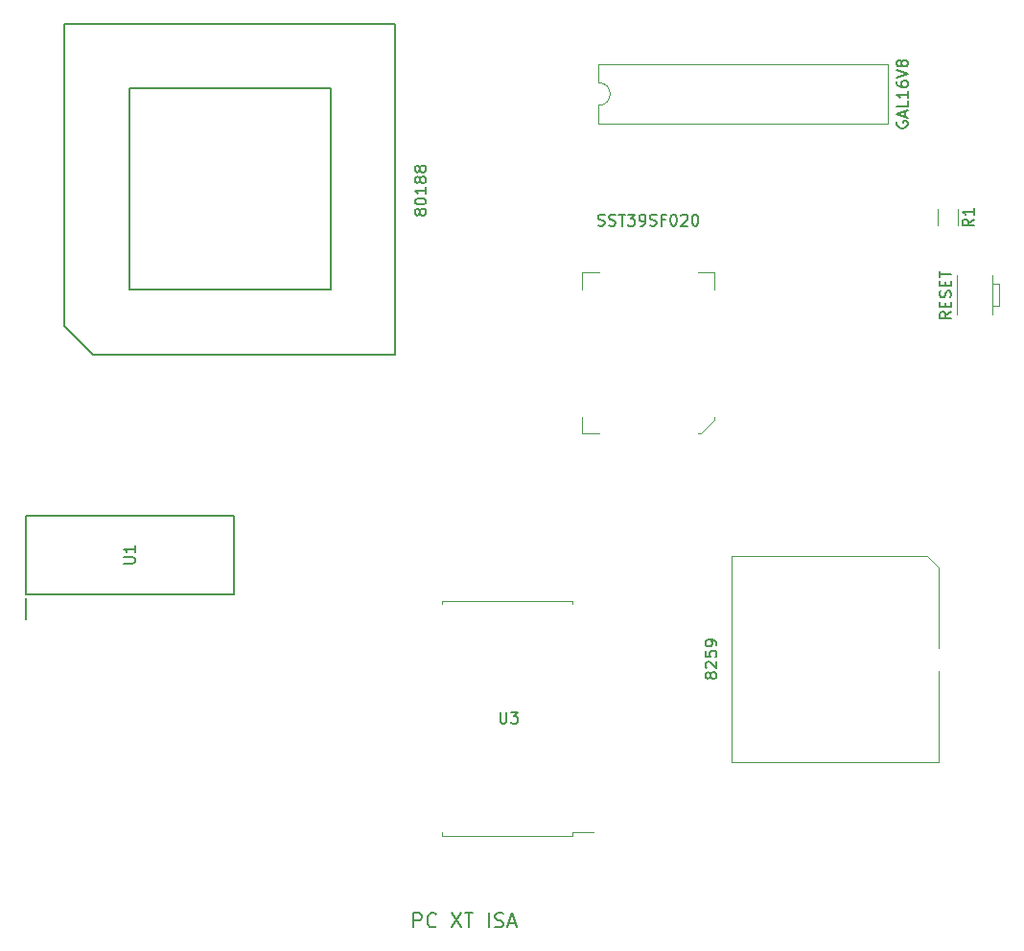
<source format=gbr>
%TF.GenerationSoftware,KiCad,Pcbnew,(6.0.4-0)*%
%TF.CreationDate,2022-05-20T22:02:18+01:00*%
%TF.ProjectId,8088_cpu_card,38303838-5f63-4707-955f-636172642e6b,rev?*%
%TF.SameCoordinates,Original*%
%TF.FileFunction,Legend,Top*%
%TF.FilePolarity,Positive*%
%FSLAX46Y46*%
G04 Gerber Fmt 4.6, Leading zero omitted, Abs format (unit mm)*
G04 Created by KiCad (PCBNEW (6.0.4-0)) date 2022-05-20 22:02:18*
%MOMM*%
%LPD*%
G01*
G04 APERTURE LIST*
%ADD10C,0.150000*%
%ADD11C,0.120000*%
%ADD12C,0.200000*%
%ADD13C,0.152400*%
G04 APERTURE END LIST*
D10*
%TO.C,J4*%
X154067428Y-68095761D02*
X154210285Y-68143380D01*
X154448380Y-68143380D01*
X154543619Y-68095761D01*
X154591238Y-68048142D01*
X154638857Y-67952904D01*
X154638857Y-67857666D01*
X154591238Y-67762428D01*
X154543619Y-67714809D01*
X154448380Y-67667190D01*
X154257904Y-67619571D01*
X154162666Y-67571952D01*
X154115047Y-67524333D01*
X154067428Y-67429095D01*
X154067428Y-67333857D01*
X154115047Y-67238619D01*
X154162666Y-67191000D01*
X154257904Y-67143380D01*
X154496000Y-67143380D01*
X154638857Y-67191000D01*
X155019809Y-68095761D02*
X155162666Y-68143380D01*
X155400761Y-68143380D01*
X155496000Y-68095761D01*
X155543619Y-68048142D01*
X155591238Y-67952904D01*
X155591238Y-67857666D01*
X155543619Y-67762428D01*
X155496000Y-67714809D01*
X155400761Y-67667190D01*
X155210285Y-67619571D01*
X155115047Y-67571952D01*
X155067428Y-67524333D01*
X155019809Y-67429095D01*
X155019809Y-67333857D01*
X155067428Y-67238619D01*
X155115047Y-67191000D01*
X155210285Y-67143380D01*
X155448380Y-67143380D01*
X155591238Y-67191000D01*
X155876952Y-67143380D02*
X156448380Y-67143380D01*
X156162666Y-68143380D02*
X156162666Y-67143380D01*
X156686476Y-67143380D02*
X157305523Y-67143380D01*
X156972190Y-67524333D01*
X157115047Y-67524333D01*
X157210285Y-67571952D01*
X157257904Y-67619571D01*
X157305523Y-67714809D01*
X157305523Y-67952904D01*
X157257904Y-68048142D01*
X157210285Y-68095761D01*
X157115047Y-68143380D01*
X156829333Y-68143380D01*
X156734095Y-68095761D01*
X156686476Y-68048142D01*
X157781714Y-68143380D02*
X157972190Y-68143380D01*
X158067428Y-68095761D01*
X158115047Y-68048142D01*
X158210285Y-67905285D01*
X158257904Y-67714809D01*
X158257904Y-67333857D01*
X158210285Y-67238619D01*
X158162666Y-67191000D01*
X158067428Y-67143380D01*
X157876952Y-67143380D01*
X157781714Y-67191000D01*
X157734095Y-67238619D01*
X157686476Y-67333857D01*
X157686476Y-67571952D01*
X157734095Y-67667190D01*
X157781714Y-67714809D01*
X157876952Y-67762428D01*
X158067428Y-67762428D01*
X158162666Y-67714809D01*
X158210285Y-67667190D01*
X158257904Y-67571952D01*
X158638857Y-68095761D02*
X158781714Y-68143380D01*
X159019809Y-68143380D01*
X159115047Y-68095761D01*
X159162666Y-68048142D01*
X159210285Y-67952904D01*
X159210285Y-67857666D01*
X159162666Y-67762428D01*
X159115047Y-67714809D01*
X159019809Y-67667190D01*
X158829333Y-67619571D01*
X158734095Y-67571952D01*
X158686476Y-67524333D01*
X158638857Y-67429095D01*
X158638857Y-67333857D01*
X158686476Y-67238619D01*
X158734095Y-67191000D01*
X158829333Y-67143380D01*
X159067428Y-67143380D01*
X159210285Y-67191000D01*
X159972190Y-67619571D02*
X159638857Y-67619571D01*
X159638857Y-68143380D02*
X159638857Y-67143380D01*
X160115047Y-67143380D01*
X160686476Y-67143380D02*
X160781714Y-67143380D01*
X160876952Y-67191000D01*
X160924571Y-67238619D01*
X160972190Y-67333857D01*
X161019809Y-67524333D01*
X161019809Y-67762428D01*
X160972190Y-67952904D01*
X160924571Y-68048142D01*
X160876952Y-68095761D01*
X160781714Y-68143380D01*
X160686476Y-68143380D01*
X160591238Y-68095761D01*
X160543619Y-68048142D01*
X160496000Y-67952904D01*
X160448380Y-67762428D01*
X160448380Y-67524333D01*
X160496000Y-67333857D01*
X160543619Y-67238619D01*
X160591238Y-67191000D01*
X160686476Y-67143380D01*
X161400761Y-67238619D02*
X161448380Y-67191000D01*
X161543619Y-67143380D01*
X161781714Y-67143380D01*
X161876952Y-67191000D01*
X161924571Y-67238619D01*
X161972190Y-67333857D01*
X161972190Y-67429095D01*
X161924571Y-67571952D01*
X161353142Y-68143380D01*
X161972190Y-68143380D01*
X162591238Y-67143380D02*
X162686476Y-67143380D01*
X162781714Y-67191000D01*
X162829333Y-67238619D01*
X162876952Y-67333857D01*
X162924571Y-67524333D01*
X162924571Y-67762428D01*
X162876952Y-67952904D01*
X162829333Y-68048142D01*
X162781714Y-68095761D01*
X162686476Y-68143380D01*
X162591238Y-68143380D01*
X162496000Y-68095761D01*
X162448380Y-68048142D01*
X162400761Y-67952904D01*
X162353142Y-67762428D01*
X162353142Y-67524333D01*
X162400761Y-67333857D01*
X162448380Y-67238619D01*
X162496000Y-67191000D01*
X162591238Y-67143380D01*
%TO.C,J3*%
X180475000Y-58933571D02*
X180427380Y-59028809D01*
X180427380Y-59171666D01*
X180475000Y-59314523D01*
X180570238Y-59409761D01*
X180665476Y-59457380D01*
X180855952Y-59505000D01*
X180998809Y-59505000D01*
X181189285Y-59457380D01*
X181284523Y-59409761D01*
X181379761Y-59314523D01*
X181427380Y-59171666D01*
X181427380Y-59076428D01*
X181379761Y-58933571D01*
X181332142Y-58885952D01*
X180998809Y-58885952D01*
X180998809Y-59076428D01*
X181141666Y-58505000D02*
X181141666Y-58028809D01*
X181427380Y-58600238D02*
X180427380Y-58266904D01*
X181427380Y-57933571D01*
X181427380Y-57124047D02*
X181427380Y-57600238D01*
X180427380Y-57600238D01*
X181427380Y-56266904D02*
X181427380Y-56838333D01*
X181427380Y-56552619D02*
X180427380Y-56552619D01*
X180570238Y-56647857D01*
X180665476Y-56743095D01*
X180713095Y-56838333D01*
X180427380Y-55409761D02*
X180427380Y-55600238D01*
X180475000Y-55695476D01*
X180522619Y-55743095D01*
X180665476Y-55838333D01*
X180855952Y-55885952D01*
X181236904Y-55885952D01*
X181332142Y-55838333D01*
X181379761Y-55790714D01*
X181427380Y-55695476D01*
X181427380Y-55505000D01*
X181379761Y-55409761D01*
X181332142Y-55362142D01*
X181236904Y-55314523D01*
X180998809Y-55314523D01*
X180903571Y-55362142D01*
X180855952Y-55409761D01*
X180808333Y-55505000D01*
X180808333Y-55695476D01*
X180855952Y-55790714D01*
X180903571Y-55838333D01*
X180998809Y-55885952D01*
X180427380Y-55028809D02*
X181427380Y-54695476D01*
X180427380Y-54362142D01*
X180855952Y-53885952D02*
X180808333Y-53981190D01*
X180760714Y-54028809D01*
X180665476Y-54076428D01*
X180617857Y-54076428D01*
X180522619Y-54028809D01*
X180475000Y-53981190D01*
X180427380Y-53885952D01*
X180427380Y-53695476D01*
X180475000Y-53600238D01*
X180522619Y-53552619D01*
X180617857Y-53505000D01*
X180665476Y-53505000D01*
X180760714Y-53552619D01*
X180808333Y-53600238D01*
X180855952Y-53695476D01*
X180855952Y-53885952D01*
X180903571Y-53981190D01*
X180951190Y-54028809D01*
X181046428Y-54076428D01*
X181236904Y-54076428D01*
X181332142Y-54028809D01*
X181379761Y-53981190D01*
X181427380Y-53885952D01*
X181427380Y-53695476D01*
X181379761Y-53600238D01*
X181332142Y-53552619D01*
X181236904Y-53505000D01*
X181046428Y-53505000D01*
X180951190Y-53552619D01*
X180903571Y-53600238D01*
X180855952Y-53695476D01*
%TO.C,J2*%
X137764761Y-130114523D02*
X137764761Y-128844523D01*
X138248571Y-128844523D01*
X138369523Y-128905000D01*
X138430000Y-128965476D01*
X138490476Y-129086428D01*
X138490476Y-129267857D01*
X138430000Y-129388809D01*
X138369523Y-129449285D01*
X138248571Y-129509761D01*
X137764761Y-129509761D01*
X139760476Y-129993571D02*
X139700000Y-130054047D01*
X139518571Y-130114523D01*
X139397619Y-130114523D01*
X139216190Y-130054047D01*
X139095238Y-129933095D01*
X139034761Y-129812142D01*
X138974285Y-129570238D01*
X138974285Y-129388809D01*
X139034761Y-129146904D01*
X139095238Y-129025952D01*
X139216190Y-128905000D01*
X139397619Y-128844523D01*
X139518571Y-128844523D01*
X139700000Y-128905000D01*
X139760476Y-128965476D01*
X141151428Y-128844523D02*
X141998095Y-130114523D01*
X141998095Y-128844523D02*
X141151428Y-130114523D01*
X142300476Y-128844523D02*
X143026190Y-128844523D01*
X142663333Y-130114523D02*
X142663333Y-128844523D01*
X144417142Y-130114523D02*
X144417142Y-128844523D01*
X144961428Y-130054047D02*
X145142857Y-130114523D01*
X145445238Y-130114523D01*
X145566190Y-130054047D01*
X145626666Y-129993571D01*
X145687142Y-129872619D01*
X145687142Y-129751666D01*
X145626666Y-129630714D01*
X145566190Y-129570238D01*
X145445238Y-129509761D01*
X145203333Y-129449285D01*
X145082380Y-129388809D01*
X145021904Y-129328333D01*
X144961428Y-129207380D01*
X144961428Y-129086428D01*
X145021904Y-128965476D01*
X145082380Y-128905000D01*
X145203333Y-128844523D01*
X145505714Y-128844523D01*
X145687142Y-128905000D01*
X146170952Y-129751666D02*
X146775714Y-129751666D01*
X146050000Y-130114523D02*
X146473333Y-128844523D01*
X146896666Y-130114523D01*
%TO.C,U3*%
X145415095Y-111085380D02*
X145415095Y-111894904D01*
X145462714Y-111990142D01*
X145510333Y-112037761D01*
X145605571Y-112085380D01*
X145796047Y-112085380D01*
X145891285Y-112037761D01*
X145938904Y-111990142D01*
X145986523Y-111894904D01*
X145986523Y-111085380D01*
X146367476Y-111085380D02*
X146986523Y-111085380D01*
X146653190Y-111466333D01*
X146796047Y-111466333D01*
X146891285Y-111513952D01*
X146938904Y-111561571D01*
X146986523Y-111656809D01*
X146986523Y-111894904D01*
X146938904Y-111990142D01*
X146891285Y-112037761D01*
X146796047Y-112085380D01*
X146510333Y-112085380D01*
X146415095Y-112037761D01*
X146367476Y-111990142D01*
%TO.C,U1*%
X112164380Y-97980904D02*
X112973904Y-97980904D01*
X113069142Y-97933285D01*
X113116761Y-97885666D01*
X113164380Y-97790428D01*
X113164380Y-97599952D01*
X113116761Y-97504714D01*
X113069142Y-97457095D01*
X112973904Y-97409476D01*
X112164380Y-97409476D01*
X113164380Y-96409476D02*
X113164380Y-96980904D01*
X113164380Y-96695190D02*
X112164380Y-96695190D01*
X112307238Y-96790428D01*
X112402476Y-96885666D01*
X112450095Y-96980904D01*
%TO.C,J5*%
X163964952Y-107949809D02*
X163917333Y-108045047D01*
X163869714Y-108092666D01*
X163774476Y-108140285D01*
X163726857Y-108140285D01*
X163631619Y-108092666D01*
X163584000Y-108045047D01*
X163536380Y-107949809D01*
X163536380Y-107759333D01*
X163584000Y-107664095D01*
X163631619Y-107616476D01*
X163726857Y-107568857D01*
X163774476Y-107568857D01*
X163869714Y-107616476D01*
X163917333Y-107664095D01*
X163964952Y-107759333D01*
X163964952Y-107949809D01*
X164012571Y-108045047D01*
X164060190Y-108092666D01*
X164155428Y-108140285D01*
X164345904Y-108140285D01*
X164441142Y-108092666D01*
X164488761Y-108045047D01*
X164536380Y-107949809D01*
X164536380Y-107759333D01*
X164488761Y-107664095D01*
X164441142Y-107616476D01*
X164345904Y-107568857D01*
X164155428Y-107568857D01*
X164060190Y-107616476D01*
X164012571Y-107664095D01*
X163964952Y-107759333D01*
X163631619Y-107187904D02*
X163584000Y-107140285D01*
X163536380Y-107045047D01*
X163536380Y-106806952D01*
X163584000Y-106711714D01*
X163631619Y-106664095D01*
X163726857Y-106616476D01*
X163822095Y-106616476D01*
X163964952Y-106664095D01*
X164536380Y-107235523D01*
X164536380Y-106616476D01*
X163536380Y-105711714D02*
X163536380Y-106187904D01*
X164012571Y-106235523D01*
X163964952Y-106187904D01*
X163917333Y-106092666D01*
X163917333Y-105854571D01*
X163964952Y-105759333D01*
X164012571Y-105711714D01*
X164107809Y-105664095D01*
X164345904Y-105664095D01*
X164441142Y-105711714D01*
X164488761Y-105759333D01*
X164536380Y-105854571D01*
X164536380Y-106092666D01*
X164488761Y-106187904D01*
X164441142Y-106235523D01*
X164536380Y-105187904D02*
X164536380Y-104997428D01*
X164488761Y-104902190D01*
X164441142Y-104854571D01*
X164298285Y-104759333D01*
X164107809Y-104711714D01*
X163726857Y-104711714D01*
X163631619Y-104759333D01*
X163584000Y-104806952D01*
X163536380Y-104902190D01*
X163536380Y-105092666D01*
X163584000Y-105187904D01*
X163631619Y-105235523D01*
X163726857Y-105283142D01*
X163964952Y-105283142D01*
X164060190Y-105235523D01*
X164107809Y-105187904D01*
X164155428Y-105092666D01*
X164155428Y-104902190D01*
X164107809Y-104806952D01*
X164060190Y-104759333D01*
X163964952Y-104711714D01*
%TO.C,SW1*%
X185237380Y-75747380D02*
X184761190Y-76080714D01*
X185237380Y-76318809D02*
X184237380Y-76318809D01*
X184237380Y-75937857D01*
X184285000Y-75842619D01*
X184332619Y-75795000D01*
X184427857Y-75747380D01*
X184570714Y-75747380D01*
X184665952Y-75795000D01*
X184713571Y-75842619D01*
X184761190Y-75937857D01*
X184761190Y-76318809D01*
X184713571Y-75318809D02*
X184713571Y-74985476D01*
X185237380Y-74842619D02*
X185237380Y-75318809D01*
X184237380Y-75318809D01*
X184237380Y-74842619D01*
X185189761Y-74461666D02*
X185237380Y-74318809D01*
X185237380Y-74080714D01*
X185189761Y-73985476D01*
X185142142Y-73937857D01*
X185046904Y-73890238D01*
X184951666Y-73890238D01*
X184856428Y-73937857D01*
X184808809Y-73985476D01*
X184761190Y-74080714D01*
X184713571Y-74271190D01*
X184665952Y-74366428D01*
X184618333Y-74414047D01*
X184523095Y-74461666D01*
X184427857Y-74461666D01*
X184332619Y-74414047D01*
X184285000Y-74366428D01*
X184237380Y-74271190D01*
X184237380Y-74033095D01*
X184285000Y-73890238D01*
X184713571Y-73461666D02*
X184713571Y-73128333D01*
X185237380Y-72985476D02*
X185237380Y-73461666D01*
X184237380Y-73461666D01*
X184237380Y-72985476D01*
X184237380Y-72699761D02*
X184237380Y-72128333D01*
X185237380Y-72414047D02*
X184237380Y-72414047D01*
%TO.C,J1*%
X138310952Y-67024000D02*
X138263333Y-67119238D01*
X138215714Y-67166857D01*
X138120476Y-67214476D01*
X138072857Y-67214476D01*
X137977619Y-67166857D01*
X137930000Y-67119238D01*
X137882380Y-67024000D01*
X137882380Y-66833523D01*
X137930000Y-66738285D01*
X137977619Y-66690666D01*
X138072857Y-66643047D01*
X138120476Y-66643047D01*
X138215714Y-66690666D01*
X138263333Y-66738285D01*
X138310952Y-66833523D01*
X138310952Y-67024000D01*
X138358571Y-67119238D01*
X138406190Y-67166857D01*
X138501428Y-67214476D01*
X138691904Y-67214476D01*
X138787142Y-67166857D01*
X138834761Y-67119238D01*
X138882380Y-67024000D01*
X138882380Y-66833523D01*
X138834761Y-66738285D01*
X138787142Y-66690666D01*
X138691904Y-66643047D01*
X138501428Y-66643047D01*
X138406190Y-66690666D01*
X138358571Y-66738285D01*
X138310952Y-66833523D01*
X137882380Y-66024000D02*
X137882380Y-65928761D01*
X137930000Y-65833523D01*
X137977619Y-65785904D01*
X138072857Y-65738285D01*
X138263333Y-65690666D01*
X138501428Y-65690666D01*
X138691904Y-65738285D01*
X138787142Y-65785904D01*
X138834761Y-65833523D01*
X138882380Y-65928761D01*
X138882380Y-66024000D01*
X138834761Y-66119238D01*
X138787142Y-66166857D01*
X138691904Y-66214476D01*
X138501428Y-66262095D01*
X138263333Y-66262095D01*
X138072857Y-66214476D01*
X137977619Y-66166857D01*
X137930000Y-66119238D01*
X137882380Y-66024000D01*
X138882380Y-64738285D02*
X138882380Y-65309714D01*
X138882380Y-65024000D02*
X137882380Y-65024000D01*
X138025238Y-65119238D01*
X138120476Y-65214476D01*
X138168095Y-65309714D01*
X138310952Y-64166857D02*
X138263333Y-64262095D01*
X138215714Y-64309714D01*
X138120476Y-64357333D01*
X138072857Y-64357333D01*
X137977619Y-64309714D01*
X137930000Y-64262095D01*
X137882380Y-64166857D01*
X137882380Y-63976380D01*
X137930000Y-63881142D01*
X137977619Y-63833523D01*
X138072857Y-63785904D01*
X138120476Y-63785904D01*
X138215714Y-63833523D01*
X138263333Y-63881142D01*
X138310952Y-63976380D01*
X138310952Y-64166857D01*
X138358571Y-64262095D01*
X138406190Y-64309714D01*
X138501428Y-64357333D01*
X138691904Y-64357333D01*
X138787142Y-64309714D01*
X138834761Y-64262095D01*
X138882380Y-64166857D01*
X138882380Y-63976380D01*
X138834761Y-63881142D01*
X138787142Y-63833523D01*
X138691904Y-63785904D01*
X138501428Y-63785904D01*
X138406190Y-63833523D01*
X138358571Y-63881142D01*
X138310952Y-63976380D01*
X138310952Y-63214476D02*
X138263333Y-63309714D01*
X138215714Y-63357333D01*
X138120476Y-63404952D01*
X138072857Y-63404952D01*
X137977619Y-63357333D01*
X137930000Y-63309714D01*
X137882380Y-63214476D01*
X137882380Y-63024000D01*
X137930000Y-62928761D01*
X137977619Y-62881142D01*
X138072857Y-62833523D01*
X138120476Y-62833523D01*
X138215714Y-62881142D01*
X138263333Y-62928761D01*
X138310952Y-63024000D01*
X138310952Y-63214476D01*
X138358571Y-63309714D01*
X138406190Y-63357333D01*
X138501428Y-63404952D01*
X138691904Y-63404952D01*
X138787142Y-63357333D01*
X138834761Y-63309714D01*
X138882380Y-63214476D01*
X138882380Y-63024000D01*
X138834761Y-62928761D01*
X138787142Y-62881142D01*
X138691904Y-62833523D01*
X138501428Y-62833523D01*
X138406190Y-62881142D01*
X138358571Y-62928761D01*
X138310952Y-63024000D01*
%TO.C,R1*%
X187231880Y-67556166D02*
X186755690Y-67889500D01*
X187231880Y-68127595D02*
X186231880Y-68127595D01*
X186231880Y-67746642D01*
X186279500Y-67651404D01*
X186327119Y-67603785D01*
X186422357Y-67556166D01*
X186565214Y-67556166D01*
X186660452Y-67603785D01*
X186708071Y-67651404D01*
X186755690Y-67746642D01*
X186755690Y-68127595D01*
X187231880Y-66603785D02*
X187231880Y-67175214D01*
X187231880Y-66889500D02*
X186231880Y-66889500D01*
X186374738Y-66984738D01*
X186469976Y-67079976D01*
X186517595Y-67175214D01*
D11*
%TO.C,J4*%
X162866000Y-86470000D02*
X163148782Y-86470000D01*
X162866000Y-72280000D02*
X164321000Y-72280000D01*
X164321000Y-85297782D02*
X164321000Y-85015000D01*
X152671000Y-72280000D02*
X152671000Y-73735000D01*
X154126000Y-72280000D02*
X152671000Y-72280000D01*
X154126000Y-86470000D02*
X152671000Y-86470000D01*
X163148782Y-86470000D02*
X164321000Y-85297782D01*
X152671000Y-86470000D02*
X152671000Y-85015000D01*
X164321000Y-72280000D02*
X164321000Y-73735000D01*
%TO.C,J3*%
X179643000Y-53855000D02*
X154123000Y-53855000D01*
X179643000Y-59155000D02*
X179643000Y-53855000D01*
X154123000Y-53855000D02*
X154123000Y-55505000D01*
X154123000Y-59155000D02*
X179643000Y-59155000D01*
X154123000Y-57505000D02*
X154123000Y-59155000D01*
X154123000Y-57505000D02*
G75*
G03*
X154123000Y-55505000I0J1000000D01*
G01*
%TO.C,U3*%
X140287500Y-121990500D02*
X140287500Y-121718000D01*
X146050000Y-101275500D02*
X151812500Y-101275500D01*
X151812500Y-121990500D02*
X151812500Y-121718000D01*
X140287500Y-101275500D02*
X140287500Y-101548000D01*
X146050000Y-121990500D02*
X140287500Y-121990500D01*
X151812500Y-121718000D02*
X153625000Y-121718000D01*
X146050000Y-121990500D02*
X151812500Y-121990500D01*
X146050000Y-101275500D02*
X140287500Y-101275500D01*
X151812500Y-101275500D02*
X151812500Y-101548000D01*
D12*
%TO.C,U1*%
X121920000Y-93769000D02*
X121920000Y-100669000D01*
X121920000Y-100669000D02*
X103504000Y-100669000D01*
X103504000Y-100669000D02*
X103504000Y-93769000D01*
X103504000Y-93769000D02*
X121920000Y-93769000D01*
X103572000Y-102919000D02*
X103572000Y-101019000D01*
D11*
%TO.C,J5*%
X165881000Y-115551000D02*
X184131000Y-115551000D01*
X184131000Y-115551000D02*
X184131000Y-107426000D01*
X165881000Y-97301000D02*
X165881000Y-115551000D01*
X183131000Y-97301000D02*
X165881000Y-97301000D01*
X184131000Y-98301000D02*
X183131000Y-97301000D01*
X184131000Y-105426000D02*
X184131000Y-98301000D01*
%TO.C,SW1*%
X189501500Y-75197500D02*
X188851500Y-75197500D01*
X188851500Y-73297500D02*
X189501500Y-73297500D01*
X189501500Y-73297500D02*
X189501500Y-75197500D01*
X185751500Y-75997500D02*
X185751500Y-72497500D01*
X188851500Y-72497500D02*
X188851500Y-75997500D01*
D13*
%TO.C,J1*%
X106934000Y-50292000D02*
X136144000Y-50292000D01*
X136144000Y-50292000D02*
X136144000Y-79502000D01*
X136144000Y-79502000D02*
X109474000Y-79502000D01*
X112649000Y-56007000D02*
X112649000Y-73787000D01*
X112649000Y-56007000D02*
X130429000Y-56007000D01*
X130429000Y-73787000D02*
X130429000Y-56007000D01*
X130429000Y-73787000D02*
X112649000Y-73787000D01*
X106934000Y-76962000D02*
X106934000Y-50292000D01*
X109474000Y-79502000D02*
X106934000Y-76962000D01*
D11*
%TO.C,R1*%
X184049500Y-66662436D02*
X184049500Y-68116564D01*
X185869500Y-66662436D02*
X185869500Y-68116564D01*
%TD*%
M02*

</source>
